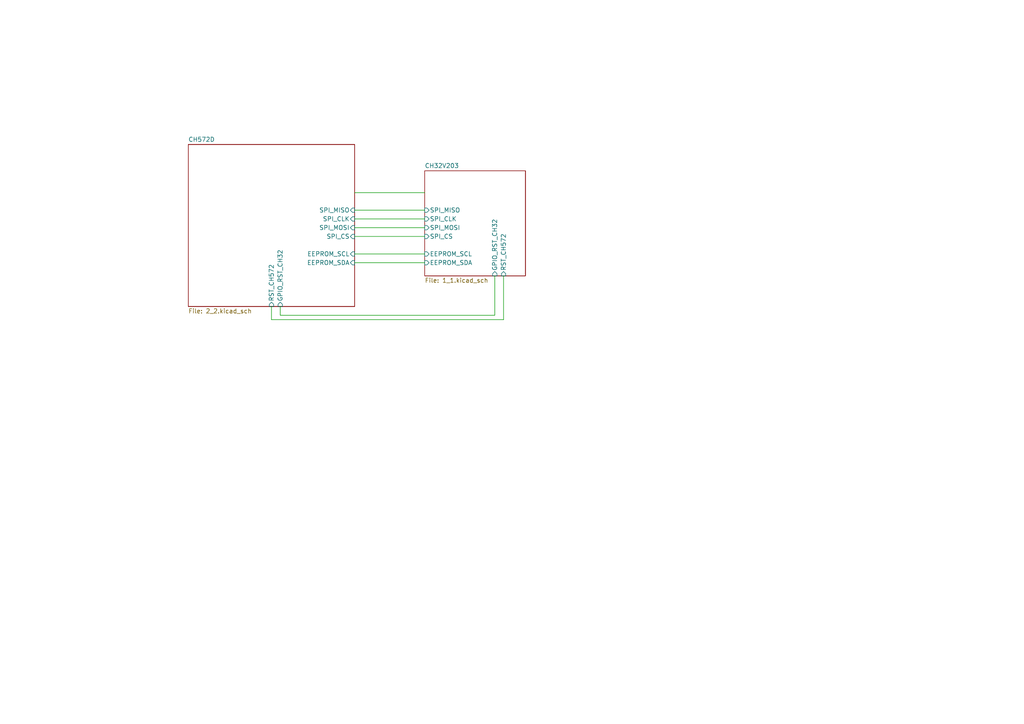
<source format=kicad_sch>
(kicad_sch
	(version 20250114)
	(generator "eeschema")
	(generator_version "9.0")
	(uuid "0e6f0aa4-a0ff-4959-b558-a36c5faa29c6")
	(paper "A4")
	(lib_symbols)
	(wire
		(pts
			(xy 102.87 55.88) (xy 123.19 55.88)
		)
		(stroke
			(width 0)
			(type default)
		)
		(uuid "08594cdc-b195-432f-914a-5803a8e926bd")
	)
	(wire
		(pts
			(xy 81.28 91.44) (xy 143.51 91.44)
		)
		(stroke
			(width 0)
			(type default)
		)
		(uuid "2b1ca6dd-70e7-45f6-956c-e59c91331c17")
	)
	(wire
		(pts
			(xy 102.87 76.2) (xy 123.19 76.2)
		)
		(stroke
			(width 0)
			(type default)
		)
		(uuid "415ec78d-398b-45f5-a9c0-1ec4dbc02e38")
	)
	(wire
		(pts
			(xy 102.87 68.58) (xy 123.19 68.58)
		)
		(stroke
			(width 0)
			(type default)
		)
		(uuid "551f8e79-1ea4-438e-a071-003b81f986e7")
	)
	(wire
		(pts
			(xy 143.51 91.44) (xy 143.51 80.01)
		)
		(stroke
			(width 0)
			(type default)
		)
		(uuid "69e11756-65b6-4a70-866d-7255db35c7a5")
	)
	(wire
		(pts
			(xy 102.87 63.5) (xy 123.19 63.5)
		)
		(stroke
			(width 0)
			(type default)
		)
		(uuid "6c7c363d-22a0-418c-917b-2e9d529ce6f6")
	)
	(wire
		(pts
			(xy 102.87 66.04) (xy 123.19 66.04)
		)
		(stroke
			(width 0)
			(type default)
		)
		(uuid "7f6dad6b-201c-46e4-b320-dbf7bc18b66c")
	)
	(wire
		(pts
			(xy 78.74 88.9) (xy 78.74 92.71)
		)
		(stroke
			(width 0)
			(type default)
		)
		(uuid "8651cbc2-e919-417f-bcf3-6aabc08b851b")
	)
	(wire
		(pts
			(xy 81.28 88.9) (xy 81.28 91.44)
		)
		(stroke
			(width 0)
			(type default)
		)
		(uuid "9afc6d20-ebde-43e9-8453-ac302f0cddf4")
	)
	(wire
		(pts
			(xy 78.74 92.71) (xy 146.05 92.71)
		)
		(stroke
			(width 0)
			(type default)
		)
		(uuid "9b4c1b71-0c3f-45f9-9964-dcc44ca38006")
	)
	(wire
		(pts
			(xy 146.05 92.71) (xy 146.05 80.01)
		)
		(stroke
			(width 0)
			(type default)
		)
		(uuid "a93d18d7-a1f1-414c-bbcd-508a8c18c419")
	)
	(wire
		(pts
			(xy 102.87 73.66) (xy 123.19 73.66)
		)
		(stroke
			(width 0)
			(type default)
		)
		(uuid "ce6c9c06-fe86-4c9f-b2f8-cec8fc56b0ba")
	)
	(wire
		(pts
			(xy 102.87 60.96) (xy 123.19 60.96)
		)
		(stroke
			(width 0)
			(type default)
		)
		(uuid "d47e18dd-ee46-4ea2-873b-de6afaff4788")
	)
	(sheet
		(at 123.19 49.53)
		(size 29.21 30.48)
		(exclude_from_sim no)
		(in_bom yes)
		(on_board yes)
		(dnp no)
		(fields_autoplaced yes)
		(stroke
			(width 0)
			(type solid)
		)
		(fill
			(color 0 0 0 0.0000)
		)
		(uuid "695d48d0-b127-49b4-b19c-0382de2ea4d3")
		(property "Sheetname" "CH32V203"
			(at 123.19 48.8184 0)
			(effects
				(font
					(size 1.27 1.27)
				)
				(justify left bottom)
			)
		)
		(property "Sheetfile" "1_1.kicad_sch"
			(at 123.19 80.5946 0)
			(effects
				(font
					(size 1.27 1.27)
				)
				(justify left top)
			)
		)
		(pin "EEPROM_SCL" input
			(at 123.19 73.66 180)
			(uuid "d9e83d66-4ee8-4584-8819-656d1e21d00c")
			(effects
				(font
					(size 1.27 1.27)
				)
				(justify left)
			)
		)
		(pin "EEPROM_SDA" input
			(at 123.19 76.2 180)
			(uuid "204b3f26-eb41-4040-8f1b-a8b41a2e9b57")
			(effects
				(font
					(size 1.27 1.27)
				)
				(justify left)
			)
		)
		(pin "SPI_CLK" input
			(at 123.19 63.5 180)
			(uuid "4881860a-84dd-4b02-be2d-e1b6df70b36f")
			(effects
				(font
					(size 1.27 1.27)
				)
				(justify left)
			)
		)
		(pin "SPI_MISO" input
			(at 123.19 60.96 180)
			(uuid "b4a9a795-fa46-4fc6-a6f9-0214796cee70")
			(effects
				(font
					(size 1.27 1.27)
				)
				(justify left)
			)
		)
		(pin "SPI_MOSI" input
			(at 123.19 66.04 180)
			(uuid "b857cc24-650c-4126-a7be-81de630ca8cb")
			(effects
				(font
					(size 1.27 1.27)
				)
				(justify left)
			)
		)
		(pin "RST_CH572" input
			(at 146.05 80.01 270)
			(uuid "d7a2d5ff-48d5-4158-8419-37871974b9ce")
			(effects
				(font
					(size 1.27 1.27)
				)
				(justify left)
			)
		)
		(pin "GPIO_RST_CH32" input
			(at 143.51 80.01 270)
			(uuid "d4915b6b-b3cf-4873-86fe-2b1345e87ea5")
			(effects
				(font
					(size 1.27 1.27)
				)
				(justify left)
			)
		)
		(pin "SPI_CS" input
			(at 123.19 68.58 180)
			(uuid "d4b1483c-0df5-4c65-a304-7e8c1b088b53")
			(effects
				(font
					(size 1.27 1.27)
				)
				(justify left)
			)
		)
		(instances
			(project "usb_sp"
				(path "/0e6f0aa4-a0ff-4959-b558-a36c5faa29c6"
					(page "1")
				)
			)
		)
	)
	(sheet
		(at 54.61 41.91)
		(size 48.26 46.99)
		(exclude_from_sim no)
		(in_bom yes)
		(on_board yes)
		(dnp no)
		(fields_autoplaced yes)
		(stroke
			(width 0)
			(type solid)
		)
		(fill
			(color 0 0 0 0.0000)
		)
		(uuid "a29adb5f-24c6-4d80-a119-3a97ae9ee628")
		(property "Sheetname" "CH572D"
			(at 54.61 41.1984 0)
			(effects
				(font
					(size 1.27 1.27)
				)
				(justify left bottom)
			)
		)
		(property "Sheetfile" "2_2.kicad_sch"
			(at 54.61 89.4846 0)
			(effects
				(font
					(size 1.27 1.27)
				)
				(justify left top)
			)
		)
		(pin "EEPROM_SCL" input
			(at 102.87 73.66 0)
			(uuid "4ec5378c-f51b-4cd8-93dd-b98748eb2e8e")
			(effects
				(font
					(size 1.27 1.27)
				)
				(justify right)
			)
		)
		(pin "EEPROM_SDA" input
			(at 102.87 76.2 0)
			(uuid "252266e5-8102-4040-ba48-f30e42802c54")
			(effects
				(font
					(size 1.27 1.27)
				)
				(justify right)
			)
		)
		(pin "SPI_MISO" input
			(at 102.87 60.96 0)
			(uuid "8729a62d-664b-44da-a301-aad9e8c3f14a")
			(effects
				(font
					(size 1.27 1.27)
				)
				(justify right)
			)
		)
		(pin "SPI_MOSI" input
			(at 102.87 66.04 0)
			(uuid "0ae768a5-f2ee-4414-93af-0ca5bc154923")
			(effects
				(font
					(size 1.27 1.27)
				)
				(justify right)
			)
		)
		(pin "SPI_CLK" input
			(at 102.87 63.5 0)
			(uuid "99bf68fe-e225-4b83-835f-0a85c79cb8c6")
			(effects
				(font
					(size 1.27 1.27)
				)
				(justify right)
			)
		)
		(pin "RST_CH572" input
			(at 78.74 88.9 270)
			(uuid "a4b29694-f744-4e65-b8e2-b489fd7be94e")
			(effects
				(font
					(size 1.27 1.27)
				)
				(justify left)
			)
		)
		(pin "GPIO_RST_CH32" input
			(at 81.28 88.9 270)
			(uuid "a54436dc-89be-441b-9546-008206458342")
			(effects
				(font
					(size 1.27 1.27)
				)
				(justify left)
			)
		)
		(pin "SPI_CS" input
			(at 102.87 68.58 0)
			(uuid "8f63b2d6-43d5-44a6-b9e7-197e86163e1e")
			(effects
				(font
					(size 1.27 1.27)
				)
				(justify right)
			)
		)
		(instances
			(project "usb_sp"
				(path "/0e6f0aa4-a0ff-4959-b558-a36c5faa29c6"
					(page "2")
				)
			)
		)
	)
)

</source>
